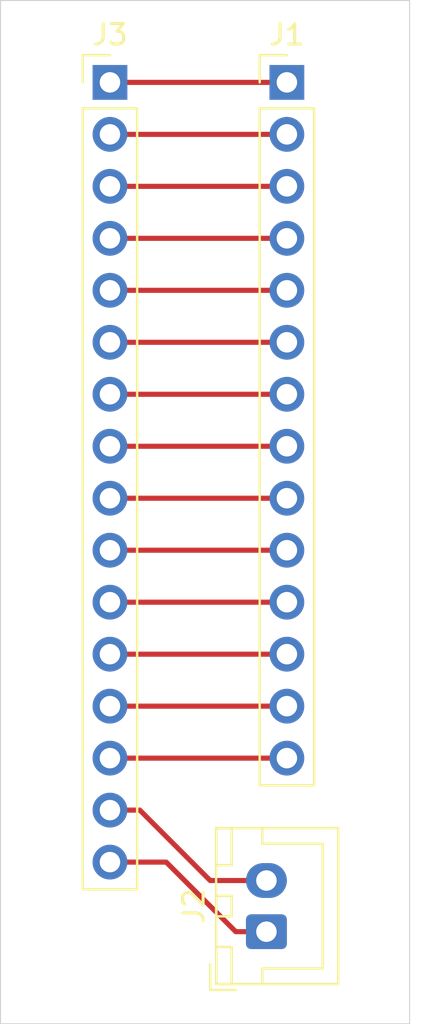
<source format=kicad_pcb>
(kicad_pcb (version 20171130) (host pcbnew "(5.1.0)-1")

  (general
    (thickness 1.6)
    (drawings 4)
    (tracks 21)
    (zones 0)
    (modules 3)
    (nets 17)
  )

  (page A4)
  (layers
    (0 F.Cu signal)
    (31 B.Cu signal)
    (32 B.Adhes user)
    (33 F.Adhes user)
    (34 B.Paste user)
    (35 F.Paste user)
    (36 B.SilkS user)
    (37 F.SilkS user)
    (38 B.Mask user)
    (39 F.Mask user)
    (40 Dwgs.User user)
    (41 Cmts.User user)
    (42 Eco1.User user)
    (43 Eco2.User user)
    (44 Edge.Cuts user)
    (45 Margin user)
    (46 B.CrtYd user)
    (47 F.CrtYd user)
    (48 B.Fab user)
    (49 F.Fab user)
  )

  (setup
    (last_trace_width 0.25)
    (trace_clearance 0.2)
    (zone_clearance 0.508)
    (zone_45_only no)
    (trace_min 0.2)
    (via_size 0.8)
    (via_drill 0.4)
    (via_min_size 0.4)
    (via_min_drill 0.3)
    (uvia_size 0.3)
    (uvia_drill 0.1)
    (uvias_allowed no)
    (uvia_min_size 0.2)
    (uvia_min_drill 0.1)
    (edge_width 0.05)
    (segment_width 0.2)
    (pcb_text_width 0.3)
    (pcb_text_size 1.5 1.5)
    (mod_edge_width 0.12)
    (mod_text_size 1 1)
    (mod_text_width 0.15)
    (pad_size 1.524 1.524)
    (pad_drill 0.762)
    (pad_to_mask_clearance 0.051)
    (solder_mask_min_width 0.25)
    (aux_axis_origin 0 0)
    (visible_elements FFFFFF7F)
    (pcbplotparams
      (layerselection 0x010fc_ffffffff)
      (usegerberextensions true)
      (usegerberattributes false)
      (usegerberadvancedattributes false)
      (creategerberjobfile false)
      (excludeedgelayer true)
      (linewidth 0.100000)
      (plotframeref false)
      (viasonmask false)
      (mode 1)
      (useauxorigin false)
      (hpglpennumber 1)
      (hpglpenspeed 20)
      (hpglpendiameter 15.000000)
      (psnegative false)
      (psa4output false)
      (plotreference true)
      (plotvalue true)
      (plotinvisibletext false)
      (padsonsilk false)
      (subtractmaskfromsilk false)
      (outputformat 1)
      (mirror false)
      (drillshape 0)
      (scaleselection 1)
      (outputdirectory ""))
  )

  (net 0 "")
  (net 1 "Net-(J1-Pad14)")
  (net 2 "Net-(J1-Pad13)")
  (net 3 "Net-(J1-Pad12)")
  (net 4 "Net-(J1-Pad11)")
  (net 5 "Net-(J1-Pad10)")
  (net 6 "Net-(J1-Pad9)")
  (net 7 "Net-(J1-Pad8)")
  (net 8 "Net-(J1-Pad7)")
  (net 9 "Net-(J1-Pad6)")
  (net 10 "Net-(J1-Pad5)")
  (net 11 "Net-(J1-Pad4)")
  (net 12 "Net-(J1-Pad3)")
  (net 13 "Net-(J1-Pad2)")
  (net 14 "Net-(J1-Pad1)")
  (net 15 "Net-(J2-Pad2)")
  (net 16 "Net-(J2-Pad1)")

  (net_class Default "This is the default net class."
    (clearance 0.2)
    (trace_width 0.25)
    (via_dia 0.8)
    (via_drill 0.4)
    (uvia_dia 0.3)
    (uvia_drill 0.1)
    (add_net "Net-(J1-Pad1)")
    (add_net "Net-(J1-Pad10)")
    (add_net "Net-(J1-Pad11)")
    (add_net "Net-(J1-Pad12)")
    (add_net "Net-(J1-Pad13)")
    (add_net "Net-(J1-Pad14)")
    (add_net "Net-(J1-Pad2)")
    (add_net "Net-(J1-Pad3)")
    (add_net "Net-(J1-Pad4)")
    (add_net "Net-(J1-Pad5)")
    (add_net "Net-(J1-Pad6)")
    (add_net "Net-(J1-Pad7)")
    (add_net "Net-(J1-Pad8)")
    (add_net "Net-(J1-Pad9)")
    (add_net "Net-(J2-Pad1)")
    (add_net "Net-(J2-Pad2)")
  )

  (module Connector_PinHeader_2.54mm:PinHeader_1x16_P2.54mm_Vertical (layer F.Cu) (tedit 59FED5CC) (tstamp 5CD5CDFA)
    (at 130.35 74)
    (descr "Through hole straight pin header, 1x16, 2.54mm pitch, single row")
    (tags "Through hole pin header THT 1x16 2.54mm single row")
    (path /5CD6DEA9)
    (fp_text reference J3 (at 0 -2.33) (layer F.SilkS)
      (effects (font (size 1 1) (thickness 0.15)))
    )
    (fp_text value Conn_01x16 (at 0 40.43) (layer F.Fab)
      (effects (font (size 1 1) (thickness 0.15)))
    )
    (fp_text user %R (at 0 19.05 90) (layer F.Fab)
      (effects (font (size 1 1) (thickness 0.15)))
    )
    (fp_line (start 1.8 -1.8) (end -1.8 -1.8) (layer F.CrtYd) (width 0.05))
    (fp_line (start 1.8 39.9) (end 1.8 -1.8) (layer F.CrtYd) (width 0.05))
    (fp_line (start -1.8 39.9) (end 1.8 39.9) (layer F.CrtYd) (width 0.05))
    (fp_line (start -1.8 -1.8) (end -1.8 39.9) (layer F.CrtYd) (width 0.05))
    (fp_line (start -1.33 -1.33) (end 0 -1.33) (layer F.SilkS) (width 0.12))
    (fp_line (start -1.33 0) (end -1.33 -1.33) (layer F.SilkS) (width 0.12))
    (fp_line (start -1.33 1.27) (end 1.33 1.27) (layer F.SilkS) (width 0.12))
    (fp_line (start 1.33 1.27) (end 1.33 39.43) (layer F.SilkS) (width 0.12))
    (fp_line (start -1.33 1.27) (end -1.33 39.43) (layer F.SilkS) (width 0.12))
    (fp_line (start -1.33 39.43) (end 1.33 39.43) (layer F.SilkS) (width 0.12))
    (fp_line (start -1.27 -0.635) (end -0.635 -1.27) (layer F.Fab) (width 0.1))
    (fp_line (start -1.27 39.37) (end -1.27 -0.635) (layer F.Fab) (width 0.1))
    (fp_line (start 1.27 39.37) (end -1.27 39.37) (layer F.Fab) (width 0.1))
    (fp_line (start 1.27 -1.27) (end 1.27 39.37) (layer F.Fab) (width 0.1))
    (fp_line (start -0.635 -1.27) (end 1.27 -1.27) (layer F.Fab) (width 0.1))
    (pad 16 thru_hole oval (at 0 38.1) (size 1.7 1.7) (drill 1) (layers *.Cu *.Mask)
      (net 16 "Net-(J2-Pad1)"))
    (pad 15 thru_hole oval (at 0 35.56) (size 1.7 1.7) (drill 1) (layers *.Cu *.Mask)
      (net 15 "Net-(J2-Pad2)"))
    (pad 14 thru_hole oval (at 0 33.02) (size 1.7 1.7) (drill 1) (layers *.Cu *.Mask)
      (net 1 "Net-(J1-Pad14)"))
    (pad 13 thru_hole oval (at 0 30.48) (size 1.7 1.7) (drill 1) (layers *.Cu *.Mask)
      (net 2 "Net-(J1-Pad13)"))
    (pad 12 thru_hole oval (at 0 27.94) (size 1.7 1.7) (drill 1) (layers *.Cu *.Mask)
      (net 3 "Net-(J1-Pad12)"))
    (pad 11 thru_hole oval (at 0 25.4) (size 1.7 1.7) (drill 1) (layers *.Cu *.Mask)
      (net 4 "Net-(J1-Pad11)"))
    (pad 10 thru_hole oval (at 0 22.86) (size 1.7 1.7) (drill 1) (layers *.Cu *.Mask)
      (net 5 "Net-(J1-Pad10)"))
    (pad 9 thru_hole oval (at 0 20.32) (size 1.7 1.7) (drill 1) (layers *.Cu *.Mask)
      (net 6 "Net-(J1-Pad9)"))
    (pad 8 thru_hole oval (at 0 17.78) (size 1.7 1.7) (drill 1) (layers *.Cu *.Mask)
      (net 7 "Net-(J1-Pad8)"))
    (pad 7 thru_hole oval (at 0 15.24) (size 1.7 1.7) (drill 1) (layers *.Cu *.Mask)
      (net 8 "Net-(J1-Pad7)"))
    (pad 6 thru_hole oval (at 0 12.7) (size 1.7 1.7) (drill 1) (layers *.Cu *.Mask)
      (net 9 "Net-(J1-Pad6)"))
    (pad 5 thru_hole oval (at 0 10.16) (size 1.7 1.7) (drill 1) (layers *.Cu *.Mask)
      (net 10 "Net-(J1-Pad5)"))
    (pad 4 thru_hole oval (at 0 7.62) (size 1.7 1.7) (drill 1) (layers *.Cu *.Mask)
      (net 11 "Net-(J1-Pad4)"))
    (pad 3 thru_hole oval (at 0 5.08) (size 1.7 1.7) (drill 1) (layers *.Cu *.Mask)
      (net 12 "Net-(J1-Pad3)"))
    (pad 2 thru_hole oval (at 0 2.54) (size 1.7 1.7) (drill 1) (layers *.Cu *.Mask)
      (net 13 "Net-(J1-Pad2)"))
    (pad 1 thru_hole rect (at 0 0) (size 1.7 1.7) (drill 1) (layers *.Cu *.Mask)
      (net 14 "Net-(J1-Pad1)"))
    (model ${KISYS3DMOD}/Connector_PinHeader_2.54mm.3dshapes/PinHeader_1x16_P2.54mm_Vertical.wrl
      (at (xyz 0 0 0))
      (scale (xyz 1 1 1))
      (rotate (xyz 0 0 0))
    )
  )

  (module Connector_JST:JST_XH_B2B-XH-A_1x02_P2.50mm_Vertical (layer F.Cu) (tedit 5C28146C) (tstamp 5CD5CDD6)
    (at 138 115.5 90)
    (descr "JST XH series connector, B2B-XH-A (http://www.jst-mfg.com/product/pdf/eng/eXH.pdf), generated with kicad-footprint-generator")
    (tags "connector JST XH vertical")
    (path /5CD71F4C)
    (fp_text reference J2 (at 1.25 -3.55 90) (layer F.SilkS)
      (effects (font (size 1 1) (thickness 0.15)))
    )
    (fp_text value Conn_01x02 (at 1.25 4.6 90) (layer F.Fab)
      (effects (font (size 1 1) (thickness 0.15)))
    )
    (fp_text user %R (at 1.25 2.7 90) (layer F.Fab)
      (effects (font (size 1 1) (thickness 0.15)))
    )
    (fp_line (start -2.85 -2.75) (end -2.85 -1.5) (layer F.SilkS) (width 0.12))
    (fp_line (start -1.6 -2.75) (end -2.85 -2.75) (layer F.SilkS) (width 0.12))
    (fp_line (start 4.3 2.75) (end 1.25 2.75) (layer F.SilkS) (width 0.12))
    (fp_line (start 4.3 -0.2) (end 4.3 2.75) (layer F.SilkS) (width 0.12))
    (fp_line (start 5.05 -0.2) (end 4.3 -0.2) (layer F.SilkS) (width 0.12))
    (fp_line (start -1.8 2.75) (end 1.25 2.75) (layer F.SilkS) (width 0.12))
    (fp_line (start -1.8 -0.2) (end -1.8 2.75) (layer F.SilkS) (width 0.12))
    (fp_line (start -2.55 -0.2) (end -1.8 -0.2) (layer F.SilkS) (width 0.12))
    (fp_line (start 5.05 -2.45) (end 3.25 -2.45) (layer F.SilkS) (width 0.12))
    (fp_line (start 5.05 -1.7) (end 5.05 -2.45) (layer F.SilkS) (width 0.12))
    (fp_line (start 3.25 -1.7) (end 5.05 -1.7) (layer F.SilkS) (width 0.12))
    (fp_line (start 3.25 -2.45) (end 3.25 -1.7) (layer F.SilkS) (width 0.12))
    (fp_line (start -0.75 -2.45) (end -2.55 -2.45) (layer F.SilkS) (width 0.12))
    (fp_line (start -0.75 -1.7) (end -0.75 -2.45) (layer F.SilkS) (width 0.12))
    (fp_line (start -2.55 -1.7) (end -0.75 -1.7) (layer F.SilkS) (width 0.12))
    (fp_line (start -2.55 -2.45) (end -2.55 -1.7) (layer F.SilkS) (width 0.12))
    (fp_line (start 1.75 -2.45) (end 0.75 -2.45) (layer F.SilkS) (width 0.12))
    (fp_line (start 1.75 -1.7) (end 1.75 -2.45) (layer F.SilkS) (width 0.12))
    (fp_line (start 0.75 -1.7) (end 1.75 -1.7) (layer F.SilkS) (width 0.12))
    (fp_line (start 0.75 -2.45) (end 0.75 -1.7) (layer F.SilkS) (width 0.12))
    (fp_line (start 0 -1.35) (end 0.625 -2.35) (layer F.Fab) (width 0.1))
    (fp_line (start -0.625 -2.35) (end 0 -1.35) (layer F.Fab) (width 0.1))
    (fp_line (start 5.45 -2.85) (end -2.95 -2.85) (layer F.CrtYd) (width 0.05))
    (fp_line (start 5.45 3.9) (end 5.45 -2.85) (layer F.CrtYd) (width 0.05))
    (fp_line (start -2.95 3.9) (end 5.45 3.9) (layer F.CrtYd) (width 0.05))
    (fp_line (start -2.95 -2.85) (end -2.95 3.9) (layer F.CrtYd) (width 0.05))
    (fp_line (start 5.06 -2.46) (end -2.56 -2.46) (layer F.SilkS) (width 0.12))
    (fp_line (start 5.06 3.51) (end 5.06 -2.46) (layer F.SilkS) (width 0.12))
    (fp_line (start -2.56 3.51) (end 5.06 3.51) (layer F.SilkS) (width 0.12))
    (fp_line (start -2.56 -2.46) (end -2.56 3.51) (layer F.SilkS) (width 0.12))
    (fp_line (start 4.95 -2.35) (end -2.45 -2.35) (layer F.Fab) (width 0.1))
    (fp_line (start 4.95 3.4) (end 4.95 -2.35) (layer F.Fab) (width 0.1))
    (fp_line (start -2.45 3.4) (end 4.95 3.4) (layer F.Fab) (width 0.1))
    (fp_line (start -2.45 -2.35) (end -2.45 3.4) (layer F.Fab) (width 0.1))
    (pad 2 thru_hole oval (at 2.5 0 90) (size 1.7 2) (drill 1) (layers *.Cu *.Mask)
      (net 15 "Net-(J2-Pad2)"))
    (pad 1 thru_hole roundrect (at 0 0 90) (size 1.7 2) (drill 1) (layers *.Cu *.Mask) (roundrect_rratio 0.147059)
      (net 16 "Net-(J2-Pad1)"))
    (model ${KISYS3DMOD}/Connector_JST.3dshapes/JST_XH_B2B-XH-A_1x02_P2.50mm_Vertical.wrl
      (at (xyz 0 0 0))
      (scale (xyz 1 1 1))
      (rotate (xyz 0 0 0))
    )
  )

  (module Connector_PinHeader_2.54mm:PinHeader_1x14_P2.54mm_Vertical (layer F.Cu) (tedit 59FED5CC) (tstamp 5CD5CDAD)
    (at 139 74)
    (descr "Through hole straight pin header, 1x14, 2.54mm pitch, single row")
    (tags "Through hole pin header THT 1x14 2.54mm single row")
    (path /5CD6C95E)
    (fp_text reference J1 (at 0 -2.33) (layer F.SilkS)
      (effects (font (size 1 1) (thickness 0.15)))
    )
    (fp_text value Conn_01x14_Male (at 0 35.35) (layer F.Fab)
      (effects (font (size 1 1) (thickness 0.15)))
    )
    (fp_text user %R (at 0 16.51 90) (layer F.Fab)
      (effects (font (size 1 1) (thickness 0.15)))
    )
    (fp_line (start 1.8 -1.8) (end -1.8 -1.8) (layer F.CrtYd) (width 0.05))
    (fp_line (start 1.8 34.8) (end 1.8 -1.8) (layer F.CrtYd) (width 0.05))
    (fp_line (start -1.8 34.8) (end 1.8 34.8) (layer F.CrtYd) (width 0.05))
    (fp_line (start -1.8 -1.8) (end -1.8 34.8) (layer F.CrtYd) (width 0.05))
    (fp_line (start -1.33 -1.33) (end 0 -1.33) (layer F.SilkS) (width 0.12))
    (fp_line (start -1.33 0) (end -1.33 -1.33) (layer F.SilkS) (width 0.12))
    (fp_line (start -1.33 1.27) (end 1.33 1.27) (layer F.SilkS) (width 0.12))
    (fp_line (start 1.33 1.27) (end 1.33 34.35) (layer F.SilkS) (width 0.12))
    (fp_line (start -1.33 1.27) (end -1.33 34.35) (layer F.SilkS) (width 0.12))
    (fp_line (start -1.33 34.35) (end 1.33 34.35) (layer F.SilkS) (width 0.12))
    (fp_line (start -1.27 -0.635) (end -0.635 -1.27) (layer F.Fab) (width 0.1))
    (fp_line (start -1.27 34.29) (end -1.27 -0.635) (layer F.Fab) (width 0.1))
    (fp_line (start 1.27 34.29) (end -1.27 34.29) (layer F.Fab) (width 0.1))
    (fp_line (start 1.27 -1.27) (end 1.27 34.29) (layer F.Fab) (width 0.1))
    (fp_line (start -0.635 -1.27) (end 1.27 -1.27) (layer F.Fab) (width 0.1))
    (pad 14 thru_hole oval (at 0 33.02) (size 1.7 1.7) (drill 1) (layers *.Cu *.Mask)
      (net 1 "Net-(J1-Pad14)"))
    (pad 13 thru_hole oval (at 0 30.48) (size 1.7 1.7) (drill 1) (layers *.Cu *.Mask)
      (net 2 "Net-(J1-Pad13)"))
    (pad 12 thru_hole oval (at 0 27.94) (size 1.7 1.7) (drill 1) (layers *.Cu *.Mask)
      (net 3 "Net-(J1-Pad12)"))
    (pad 11 thru_hole oval (at 0 25.4) (size 1.7 1.7) (drill 1) (layers *.Cu *.Mask)
      (net 4 "Net-(J1-Pad11)"))
    (pad 10 thru_hole oval (at 0 22.86) (size 1.7 1.7) (drill 1) (layers *.Cu *.Mask)
      (net 5 "Net-(J1-Pad10)"))
    (pad 9 thru_hole oval (at 0 20.32) (size 1.7 1.7) (drill 1) (layers *.Cu *.Mask)
      (net 6 "Net-(J1-Pad9)"))
    (pad 8 thru_hole oval (at 0 17.78) (size 1.7 1.7) (drill 1) (layers *.Cu *.Mask)
      (net 7 "Net-(J1-Pad8)"))
    (pad 7 thru_hole oval (at 0 15.24) (size 1.7 1.7) (drill 1) (layers *.Cu *.Mask)
      (net 8 "Net-(J1-Pad7)"))
    (pad 6 thru_hole oval (at 0 12.7) (size 1.7 1.7) (drill 1) (layers *.Cu *.Mask)
      (net 9 "Net-(J1-Pad6)"))
    (pad 5 thru_hole oval (at 0 10.16) (size 1.7 1.7) (drill 1) (layers *.Cu *.Mask)
      (net 10 "Net-(J1-Pad5)"))
    (pad 4 thru_hole oval (at 0 7.62) (size 1.7 1.7) (drill 1) (layers *.Cu *.Mask)
      (net 11 "Net-(J1-Pad4)"))
    (pad 3 thru_hole oval (at 0 5.08) (size 1.7 1.7) (drill 1) (layers *.Cu *.Mask)
      (net 12 "Net-(J1-Pad3)"))
    (pad 2 thru_hole oval (at 0 2.54) (size 1.7 1.7) (drill 1) (layers *.Cu *.Mask)
      (net 13 "Net-(J1-Pad2)"))
    (pad 1 thru_hole rect (at 0 0) (size 1.7 1.7) (drill 1) (layers *.Cu *.Mask)
      (net 14 "Net-(J1-Pad1)"))
    (model ${KISYS3DMOD}/Connector_PinHeader_2.54mm.3dshapes/PinHeader_1x14_P2.54mm_Vertical.wrl
      (at (xyz 0 0 0))
      (scale (xyz 1 1 1))
      (rotate (xyz 0 0 0))
    )
  )

  (gr_line (start 145 120) (end 145 70) (layer Edge.Cuts) (width 0.05) (tstamp 5CD5CF7C))
  (gr_line (start 125 120) (end 145 120) (layer Edge.Cuts) (width 0.05))
  (gr_line (start 125 70) (end 125 120) (layer Edge.Cuts) (width 0.05))
  (gr_line (start 145 70) (end 125 70) (layer Edge.Cuts) (width 0.05))

  (segment (start 130.35 107.02) (end 139 107.02) (width 0.25) (layer F.Cu) (net 1))
  (segment (start 139 104.48) (end 130.35 104.48) (width 0.25) (layer F.Cu) (net 2))
  (segment (start 130.35 101.94) (end 139 101.94) (width 0.25) (layer F.Cu) (net 3))
  (segment (start 130.35 99.4) (end 139 99.4) (width 0.25) (layer F.Cu) (net 4))
  (segment (start 130.35 96.86) (end 139 96.86) (width 0.25) (layer F.Cu) (net 5))
  (segment (start 130.35 94.32) (end 139 94.32) (width 0.25) (layer F.Cu) (net 6))
  (segment (start 139 91.78) (end 130.35 91.78) (width 0.25) (layer F.Cu) (net 7))
  (segment (start 139 89.24) (end 130.35 89.24) (width 0.25) (layer F.Cu) (net 8))
  (segment (start 139 86.7) (end 130.35 86.7) (width 0.25) (layer F.Cu) (net 9))
  (segment (start 130.35 84.16) (end 139 84.16) (width 0.25) (layer F.Cu) (net 10))
  (segment (start 139 81.62) (end 130.35 81.62) (width 0.25) (layer F.Cu) (net 11))
  (segment (start 130.35 79.08) (end 139 79.08) (width 0.25) (layer F.Cu) (net 12))
  (segment (start 139 76.54) (end 130.35 76.54) (width 0.25) (layer F.Cu) (net 13))
  (segment (start 130.35 74) (end 139 74) (width 0.25) (layer F.Cu) (net 14))
  (segment (start 136.5 113) (end 138 113) (width 0.25) (layer F.Cu) (net 15))
  (segment (start 135.25 113) (end 136.5 113) (width 0.25) (layer F.Cu) (net 15))
  (segment (start 130.35 109.56) (end 131.81 109.56) (width 0.25) (layer F.Cu) (net 15))
  (segment (start 131.81 109.56) (end 135.25 113) (width 0.25) (layer F.Cu) (net 15))
  (segment (start 133.1 112.1) (end 136.5 115.5) (width 0.25) (layer F.Cu) (net 16))
  (segment (start 130.35 112.1) (end 133.1 112.1) (width 0.25) (layer F.Cu) (net 16))
  (segment (start 138 115.5) (end 136.5 115.5) (width 0.25) (layer F.Cu) (net 16))

)

</source>
